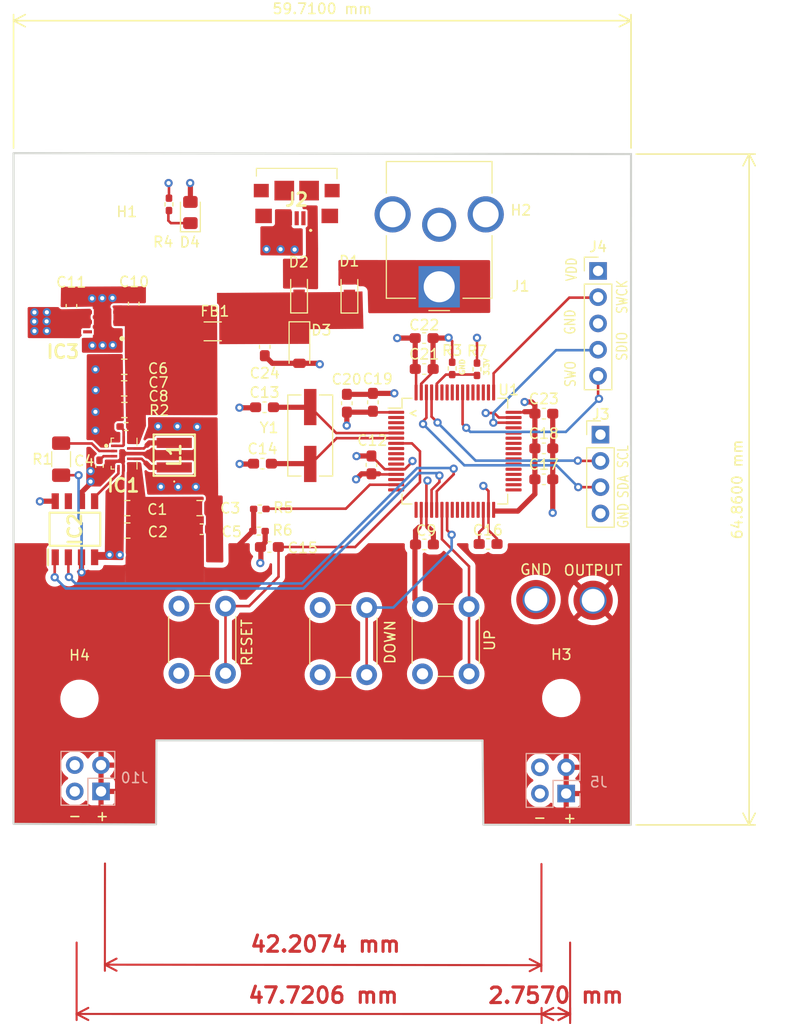
<source format=kicad_pcb>
(kicad_pcb (version 20221018) (generator pcbnew)
  (layers (0 "F.Cu" signal) (1 "In1.Cu" power "GND") (2 "In2.Cu" power "3V3") (31 "B.Cu" signal) (34 "B.Paste" user) (35 "F.Paste" user) (36 "B.SilkS" user "B.Silkscreen") (37 "F.SilkS" user "F.Silkscreen") (38 "B.Mask" user) (39 "F.Mask" user) (44 "Edge.Cuts" user))
  (net 0 "")
  (net 1 "Net-(U1-PA1)")
  (net 2 "GND")
  (net 3 "/Output_circuitry/Vaux")
  (net 4 "Main_in")
  (net 5 "+3.3V")
  (net 6 "Net-(U1-PH0)")
  (net 7 "Net-(U1-PH1)")
  (net 8 "/NRST")
  (net 9 "/VCAP")
  (net 10 "/MCU_POWER/JACK_OUT")
  (net 11 "/MCU_POWER/USB_OUT")
  (net 12 "Net-(D4-K)")
  (net 13 "/Output_circuitry/EN")
  (net 14 "/Output_circuitry/PG")
  (net 15 "Wiper")
  (net 16 "/Output_circuitry/L1")
  (net 17 "/Output_circuitry/L2")
  (net 18 "PU")
  (net 19 "PD")
  (net 24 "SCL")
  (net 25 "SDA")
  (net 26 "SWCLK")
  (net 27 "SWDIO")
  (net 28 "SWO")
  (net 29 "/BOOT")
  (net 30 "POT_BTN_UP")
  (net 31 "POT_BTN_DWN")
  (net 40 "ADC")
  (net 71 "/MCU_POWER/RAW_FILTER")
  (footprint "Crystal:Crystal_SMD_ECS_CSM3X-2Pin_7.6x4.1mm" (layer "F.Cu") (at 137.525 74.745 90)
    (fp_text reference "Y1")
    (fp_text value "Crystal")
  )
  (footprint "Button_Switch_THT:SW_PUSH_6mm_H4.3mm" (layer "F.Cu") (at 142.98 91.38 -90)
    (fp_text reference "DOWN")
    (fp_text value "POT_DWN")
  )
  (footprint "Capacitor_SMD:C_0805_2012Metric_Pad1.18x1.45mm_HandSolder" (layer "F.Cu") (at 119.53 70.19 180)
    (fp_text reference "C7")
    (fp_text value "10uF")
  )
  (footprint "MountingHole:MountingHole_3.2mm_M3" (layer "F.Cu") (at 162.655 52.985)
    (fp_text reference "H2")
    (fp_text value "MountingHole")
  )
  (footprint "Capacitor_SMD:C_0603_1608Metric_Pad1.08x0.95mm_HandSolder" (layer "F.Cu") (at 114.435 62.225 90)
    (fp_text reference "C11")
    (fp_text value "4.7uF")
  )
  (footprint "Capacitor_SMD:C_0603_1608Metric_Pad1.08x0.95mm_HandSolder" (layer "F.Cu") (at 154.725 85.235 180)
    (fp_text reference "C16")
    (fp_text value "4.7uF")
  )
  (footprint "MountingHole:MountingHole_3.2mm_M3" (layer "F.Cu") (at 161.8 100.13)
    (fp_text reference "H3")
    (fp_text value "MountingHole")
  )
  (footprint "Inductor_SMD:L_1206_3216Metric_Pad1.22x1.90mm_HandSolder" (layer "F.Cu") (at 128.095 64.675 180)
    (fp_text reference "FB1")
    (fp_text value "FerriteBead")
  )
  (footprint "Custom_eric:XFL4020152MEC" (layer "F.Cu") (at 124.375 76.645 90)
    (fp_text reference "L1")
    (fp_text value "XFL4020-152MEC" hide)
  )
  (footprint "Capacitor_SMD:C_0603_1608Metric_Pad1.08x0.95mm_HandSolder" (layer "F.Cu") (at 160.1125 78.98)
    (fp_text reference "C17")
    (fp_text value "100nF")
  )
  (footprint "Capacitor_SMD:C_0603_1608Metric_Pad1.08x0.95mm_HandSolder" (layer "F.Cu") (at 160.1125 75.99)
    (fp_text reference "C18")
    (fp_text value "100nF")
  )
  (footprint "Capacitor_SMD:C_0603_1608Metric_Pad1.08x0.95mm_HandSolder" (layer "F.Cu") (at 160.1125 72.63)
    (fp_text reference "C23")
    (fp_text value "4.7uF")
  )
  (footprint "MountingHole:MountingHole_3.2mm_M3" (layer "F.Cu") (at 114.865 53.055)
    (fp_text reference "H1")
    (fp_text value "MountingHole")
  )
  (footprint "Diode_SMD:D_SOD-123" (layer "F.Cu") (at 136.48 66.1125 -90)
    (fp_text reference "D3")
    (fp_text value "30V+")
  )
  (footprint "Custom_eric:SON95P300X300X90-7N-D" (layer "F.Cu") (at 117.445 63.77 180)
    (fp_text reference "IC3")
    (fp_text value "LDO40LPU33RY" hide)
  )
  (footprint "Capacitor_SMD:C_0402_1005Metric_Pad0.74x0.62mm_HandSolder" (layer "F.Cu") (at 117.145 77.705 90)
    (fp_text reference "C4")
    (fp_text value "100nF")
  )
  (footprint "MountingHole:MountingHole_2.2mm_M2_DIN965_Pad_TopOnly" (layer "F.Cu") (at 159.35 90.61)
    (fp_text reference "GND")
    (fp_text value "Testing")
  )
  (footprint "Capacitor_SMD:C_0805_2012Metric_Pad1.18x1.45mm_HandSolder" (layer "F.Cu") (at 119.835 83.935 180)
    (fp_text reference "C2")
    (fp_text value "22uF")
  )
  (footprint "Connector_PinHeader_2.54mm:PinHeader_1x05_P2.54mm_Vertical" (layer "F.Cu") (at 165.36 58.83)
    (fp_text reference "J4")
    (fp_text value "SWD")
  )
  (footprint "Capacitor_SMD:C_0603_1608Metric_Pad1.08x0.95mm_HandSolder" (layer "F.Cu") (at 133.575 85.525)
    (fp_text reference "C15")
    (fp_text value "100nF")
  )
  (footprint "Diode_SMD:D_MicroSMP_AK" (layer "F.Cu") (at 141.315 60.765 90)
    (fp_text reference "D1")
    (fp_text value "D_Schottky")
  )
  (footprint "Button_Switch_THT:SW_PUSH_6mm_H4.3mm" (layer "F.Cu") (at 124.83 97.74 90)
    (fp_text reference "RESET")
    (fp_text value "NRST")
  )
  (footprint "Resistor_SMD:R_0402_1005Metric_Pad0.72x0.64mm_HandSolder" (layer "F.Cu") (at 153.65 68.34 -90)
    (fp_text reference "R7")
    (fp_text value "1K")
  )
  (footprint "Capacitor_SMD:C_0603_1608Metric_Pad1.08x0.95mm_HandSolder" (layer "F.Cu") (at 132.905 77.465)
    (fp_text reference "C14")
    (fp_text value "16pF")
  )
  (footprint "Resistor_SMD:R_0402_1005Metric_Pad0.72x0.64mm_HandSolder" (layer "F.Cu") (at 132.57 83.99 180)
    (fp_text reference "R6")
    (fp_text value "1K2")
  )
  (footprint "Capacitor_SMD:C_0805_2012Metric_Pad1.18x1.45mm_HandSolder" (layer "F.Cu") (at 119.55 72.28 180)
    (fp_text reference "C8")
    (fp_text value "10uF")
  )
  (footprint "MountingHole:MountingHole_2.2mm_M2_DIN965_Pad_TopOnly" (layer "F.Cu") (at 164.88 90.68)
    (fp_text reference "OUTPUT")
    (fp_text value "Testing")
  )
  (footprint "Custom_eric:ISL23511WFB8Z" (layer "F.Cu") (at 114.77 83.807 90)
    (fp_text reference "IC2")
    (fp_text value "ISL23511WFB8Z" hide)
  )
  (footprint "Capacitor_SMD:C_0603_1608Metric_Pad1.08x0.95mm_HandSolder" (layer "F.Cu") (at 148.5375 65.325)
    (fp_text reference "C22")
    (fp_text value "100nF")
  )
  (footprint "Connector_BarrelJack:BarrelJack_CUI_PJ-063AH_Horizontal_CircularHoles" (layer "F.Cu") (at 149.995 60.365 180)
    (fp_text reference "J1")
    (fp_text value "Jack-DC")
  )
  (footprint "Capacitor_SMD:C_0603_1608Metric_Pad1.08x0.95mm_HandSolder" (layer "F.Cu") (at 148.57 85.28)
    (fp_text reference "C9")
    (fp_text value "100nF")
  )
  (footprint "Resistor_SMD:R_0402_1005Metric_Pad0.72x0.64mm_HandSolder" (layer "F.Cu") (at 123.865 52.395 90)
    (fp_text reference "R4")
    (fp_text value "165")
  )
  (footprint "Capacitor_SMD:C_0603_1608Metric_Pad1.08x0.95mm_HandSolder" (layer "F.Cu") (at 143.585 71.535 90)
    (fp_text reference "C19")
    (fp_text value "100nF")
  )
  (footprint "Custom_eric:TPS630701RNMR" (layer "F.Cu") (at 118.997 76.495)
    (fp_text reference "IC1")
    (fp_text value "TPS63070RNMR" hide)
  )
  (footprint "Diode_SMD:D_MicroSMP_AK" (layer "F.Cu") (at 136.445 60.755 90)
    (fp_text reference "D2" hide)
    (fp_text value "D_Schottky")
  )
  (footprint "Capacitor_SMD:C_0805_2012Metric_Pad1.18x1.45mm_HandSolder" (layer "F.Cu") (at 119.825 81.765 180)
    (fp_text reference "C1")
    (fp_text value "22uF")
  )
  (footprint "LED_SMD:LED_0805_2012Metric_Pad1.15x1.40mm_HandSolder" (layer "F.Cu") (at 125.935 53.185 90)
    (fp_text reference "D4")
    (fp_text value "Green_Led")
  )
  (footprint "Capacitor_SMD:C_0603_1608Metric_Pad1.08x0.95mm_HandSolder" (layer "F.Cu") (at 133.13 66.17 -90)
    (fp_text reference "C24")
    (fp_text value "16pF")
  )
  (footprint "Capacitor_SMD:C_0603_1608Metric_Pad1.08x0.95mm_HandSolder" (layer "F.Cu") (at 143.445 77.5875 -90)
    (fp_text reference "C12")
    (fp_text value "1uF")
  )
  (footprint "Capacitor_SMD:C_0603_1608Metric_Pad1.08x0.95mm_HandSolder" (layer "F.Cu") (at 141.065 71.625 90)
    (fp_text reference "C20")
    (fp_text value "100nF")
  )
  (footprint "Capacitor_SMD:C_0603_1608Metric_Pad1.08x0.95mm_HandSolder" (layer "F.Cu") (at 120.455 62.005 90)
    (fp_text reference "C10")
    (fp_text value "4.7uF")
  )
  (footprint "Custom_eric:21745072" (layer "F.Cu") (at 136.215 51.415 180)
    (fp_text reference "J2")
    (fp_text value "USB_B" hide)
  )
  (footprint "Resistor_SMD:R_1206_3216Metric_Pad1.30x1.75mm_HandSolder" (layer "F.Cu") (at 113.435 77.035 90)
    (fp_text reference "R1")
    (fp_text value "100K")
  )
  (footprint "Capacitor_SMD:C_0805_2012Metric_Pad1.18x1.45mm_HandSolder" (layer "F.Cu") (at 126.825 81.765)
    (fp_text reference "C3")
    (fp_text value "22uF")
  )
  (footprint "Capacitor_SMD:C_0603_1608Metric_Pad1.08x0.95mm_HandSolder" (layer "F.Cu") (at 127.025 83.805)
    (fp_text reference "C5")
    (fp_text value "10uF")
  )
  (footprint "Capacitor_SMD:C_0603_1608Metric_Pad1.08x0.95mm_HandSolder" (layer "F.Cu") (at 133.105 72.015)
    (fp_text reference "C13")
    (fp_text value "16pF")
  )
  (footprint "Capacitor_SMD:C_0805_2012Metric_Pad1.18x1.45mm_HandSolder" (layer "F.Cu") (at 119.54 68.1 180)
    (fp_text reference "C6")
    (fp_text value "10uF")
  )
  (footprint "Button_Switch_THT:SW_PUSH_6mm_H4.3mm" (layer "F.Cu") (at 152.88 91.29 -90)
    (fp_text reference "UP")
    (fp_text value "POT_UP")
  )
  (footprint "Resistor_SMD:R_0402_1005Metric_Pad0.72x0.64mm_HandSolder" (layer "F.Cu") (at 151.25 68.26 -90)
    (fp_text reference "R3")
    (fp_text value "1K")
  )
  (footprint "Resistor_SMD:R_0402_1005Metric_Pad0.72x0.64mm_HandSolder" (layer "F.Cu") (at 119.735 73.877015)
    (fp_text reference "R2")
    (fp_text value "10k")
  )
  (footprint "Package_QFP:LQFP-64_10x10mm_P0.5mm" (layer "F.Cu") (at 151.51 76.255)
    (fp_text reference "U1")
    (fp_text value "STM32F401RBTx")
  )
  (footprint "Resistor_SMD:R_0402_1005Metric_Pad0.72x0.64mm_HandSolder" (layer "F.Cu") (at 132.65 81.85 180)
    (fp_text reference "R5")
    (fp_text value "300")
  )
  (footprint "Connector_PinHeader_2.54mm:PinHeader_1x04_P2.54mm_Vertical" (layer "F.Cu") (at 165.59 74.66)
    (fp_text reference "J3")
    (fp_text value "LCD_connector")
  )
  (footprint "MountingHole:MountingHole_3.2mm_M3" (layer "F.Cu") (at 115.21 100.2)
    (fp_text reference "H4")
    (fp_text value "MountingHole")
  )
  (footprint "Capacitor_SMD:C_0603_1608Metric_Pad1.08x0.95mm_HandSolder" (layer "F.Cu") (at 148.545 68.315)
    (fp_text reference "C21")
    (fp_text value "100nF")
  )
  (footprint "Connector_PinHeader_2.54mm:PinHeader_2x02_P2.54mm_Vertical" (layer "B.Cu") (at 117.295 109.155 90)
    (fp_text reference "J10")
    (fp_text value "BTM_OUT")
  )
  (footprint "Connector_PinHeader_2.54mm:PinHeader_2x02_P2.54mm_Vertical" (layer "B.Cu") (at 162.275 109.365 90)
    (fp_text reference "J5")
    (fp_text value "TOP_OUT")
  )
  (gr_poly (pts (xy 108.835 47.445) (xy 168.545 47.535) (xy 168.525 112.395) (xy 154.265 112.375) (xy 154.195 104.225) (xy 122.645 104.215) (xy 122.615 112.345) (xy 108.835 112.295)) (stroke (width 0.2)) (fill none) (layer "Edge.Cuts"))
  (gr_text "GND" (at 168.38 83.79 90) (layer "F.SilkS") (effects (font (size 1 0.8) (thickness 0.125) bold) (justify left bottom)))
  (gr_text "<" (at 146.94 73.06) (layer "F.SilkS") (effects (font (size 0.9 0.7)) (justify left bottom)))
  (gr_text "SCL" (at 168.36 77.98 90) (layer "F.SilkS") (effects (font (size 1 0.8) (thickness 0.125) bold) (justify left bottom)))
  (gr_text "SDA" (at 168.38 80.89 90) (layer "F.SilkS") (effects (font (size 1 0.8) (thickness 0.125) bold) (justify left bottom)))
  (gr_text "SDIO" (at 168.26 67.59 90) (layer "F.SilkS") (effects (font (size 1 0.8) (thickness 0.125) bold) (justify left bottom)))
  (gr_text "-" (at 114.045 112.095) (layer "F.SilkS") (effects (font (size 1 1)) (justify left bottom)))
  (gr_text "SWO" (at 163.27 70.14 90) (layer "F.SilkS") (effects (font (size 1 0.8) (thickness 0.125) bold) (justify left bottom)))
  (gr_text "-" (at 159.005 112.255) (layer "F.SilkS") (effects (font (size 1 1)) (justify left bottom)))
  (gr_text "SWCK" (at 168.27 63.06 90) (layer "F.SilkS") (effects (font (size 1 0.8) (thickness 0.125) bold) (justify left bottom)))
  (gr_text "+" (at 116.695 112.105) (layer "F.SilkS") (effects (font (size 1 1)) (justify left bottom)))
  (gr_text "GND\n" (at 152.52 68.97 90) (layer "F.SilkS") (effects (font (size 0.5 0.5) (thickness 0.125) bold) (justify left bottom)))
  (gr_text "GND" (at 163.24 65.07 90) (layer "F.SilkS") (effects (font (size 1 0.8) (thickness 0.125) bold) (justify left bottom)))
  (gr_text "+" (at 161.905 112.295) (layer "F.SilkS") (effects (font (size 1 1)) (justify left bottom)))
  (gr_text "VDD" (at 163.38 59.9 90) (layer "F.SilkS") (effects (font (size 1 0.8) (thickness 0.125) bold) (justify left bottom)))
  (gr_text "3.3V\n" (at 154.87 69 90) (layer "F.SilkS") (effects (font (size 0.5 0.5) (thickness 0.125) bold) (justify left bottom)))
  (dimension (type aligned) (layer "F.Cu") (pts (xy 117.677638 115.627816) (xy 159.885 115.675)) (height 10.280127) (gr_text "42.2074 mm" (at 138.995 123.935 359.9359485) (layer "F.Cu") (effects (font (size 1.5 1.5) (thickness 0.3)))) (format (prefix "") (suffix "") (units 3) (units_format 1) (precision 4)) (style (thickness 0.2) (arrow_length 1.27) (text_position_mode 2) (extension_height 0.58642) (extension_offset 0.5) keep_text_aligned))
  (dimension (type aligned) (layer "F.Cu") (pts (xy 114.934356 123.270706) (xy 162.655 123.275)) (height 7.401776) (gr_text "47.7206 mm" (at 138.794174 128.874629 359.9948444) (layer "F.Cu") (effects (font (size 1.5 1.5) (thickness 0.3)))) (format (prefix "") (suffix "") (units 3) (units_format 1) (precision 4)) (style (thickness 0.2) (arrow_length 1.27) (text_position_mode 0) (extension_height 0.58642) (extension_offset 0.5) keep_text_aligned))
  (dimension (type aligned) (layer "F.Cu") (pts (xy 159.900445 132.05644) (xy 162.657423 132.05024)) (height -1.373467) (gr_text "2.7570 mm" (at 161.271797 128.879881 0.1288487736) (layer "F.Cu") (effects (font (size 1.5 1.5) (thickness 0.3)))) (format (prefix "") (suffix "") (units 3) (units_format 1) (precision 4)) (style (thickness 0.2) (arrow_length 1.27) (text_position_mode 0) (extension_height 0.58642) (extension_offset 0.5) keep_text_aligned))
  (dimension (type aligned) (layer "F.SilkS") (pts (xy 168.545 47.535) (xy 168.545 112.395)) (height -11.42) (gr_text "64.8600 mm" (at 178.815 79.965 90) (layer "F.SilkS") (effects (font (size 1 1) (thickness 0.15)))) (format (prefix "") (suffix "") (units 3) (units_format 1) (precision 4)) (style (thickness 0.15) (arrow_length 1.27) (text_position_mode 0) (extension_height 0.58642) (extension_offset 0.5) keep_text_aligned))
  (dimension (type aligned) (layer "F.SilkS") (pts (xy 108.835 47.445) (xy 168.545 47.445)) (height -12.81) (gr_text "59.7100 mm" (at 138.69 33.485) (layer "F.SilkS") (effects (font (size 1 1) (thickness 0.15)))) (format (prefix "") (suffix "") (units 3) (units_format 1) (precision 4)) (style (thickness 0.15) (arrow_length 1.27) (text_position_mode 0) (extension_height 0.58642) (extension_offset 0.5) keep_text_aligned))
  (segment (start 143.285 79.505) (end 140.97 81.82) (width 0.25) (layer "F.Cu") (net 1))
  (segment (start 145.835 79.505) (end 143.285 79.505) (width 0.25) (layer "F.Cu") (net 1))
  (segment (start 133.2775 81.82) (end 133.2475 81.85) (width 0.25) (layer "F.Cu") (net 1))
  (segment (start 140.97 81.82) (end 133.2775 81.82) (width 0.25) (layer "F.Cu") (net 1))
  (segment (start 147.411 77.269685) (end 147.411 77.209807) (width 0.25) (layer "F.Cu") (net 2))
  (segment (start 160.975 78.98) (end 160.975 82.2175) (width 0.5) (layer "F.Cu") (net 2))
  (segment (start 145.655 70.665) (end 145.6475 70.6725) (width 0.5) (layer "F.Cu") (net 2))
  (segment (start 132.2425 77.505) (end 130.705 77.505) (width 0.5) (layer "F.Cu") (net 2))
  (segment (start 150.865 65.325) (end 150.905 65.285) (width 0.5) (layer "F.Cu") (net 2))
  (segment (start 116.675 86.519) (end 117.971 86.519) (width 0.5) (layer "F.Cu") (net 2))
  (segment (start 147.7075 85.28) (end 147.7075 83.9525) (width 0.5) (layer "F.Cu") (net 2))
  (segment (start 138.445 67.855) (end 138.3525 67.7625) (width 0.5) (layer "F.Cu") (net 2))
  (segment (start 154.76 83.9) (end 154.76 81.93) (width 0.25) (layer "F.Cu") (net 2))
  (segment (start 154.76 81.93) (end 154.76 80.11) (width 0.25) (layer "F.Cu") (net 2))
  (segment (start 145.6475 70.6725) (end 143.585 70.6725) (width 0.5) (layer "F.Cu") (net 2))
  (segment (start 145.835 78.005) (end 144.725 78.005) (width 0.25) (layer "F.Cu") (net 2))
  (segment (start 160.975 72.63) (end 160.975 75.99) (width 0.5) (layer "F.Cu") (net 2))
  (segment (start 116.21 79.44) (end 115.405 80.245) (width 0.5) (layer "F.Cu") (net 2))
  (segment (start 148.26 83.4) (end 148.05 83.61) (width 0.25) (layer "F.Cu") (net 2))
  (segment (start 132.7125 85.525) (end 133.1675 85.07) (width 0.5) (layer "F.Cu") (net 2))
  (segment (start 160.975 82.2175) (end 160.9725 82.22) (width 0.5) (layer "F.Cu") (net 2))
  (segment (start 146.675685 78.005) (end 147.411 77.269685) (width 0.25) (layer "F.Cu") (net 2))
  (segment (start 115.405 80.245) (end 115.405 81.095) (width 0.5) (layer "F.Cu") (net 2))
  (segment (start 160.975 75.99) (end 160.975 78.98) (width 0.5) (layer "F.Cu") (net 2))
  (segment (start 149.4075 68.591815) (end 149.4075 68.315) (width 0.25) (layer "F.Cu") (net 2))
  (segment (start 149.4 65.325) (end 150.865 65.325) (width 0.5) (layer "F.Cu") (net 2))
  (segment (start 151.25 65.63) (end 150.905 65.285) (width 0.25) (layer "F.Cu") (net 2))
  (segment (start 154.76 80.11) (end 154.265 79.615) (width 0.25) (layer "F.Cu") (net 2))
  (segment (start 123.865 50.375) (end 123.825 50.335) (width 0.25) (layer "F.Cu") (net 2))
  (segment (start 148.26 69.739315) (end 149.4075 68.591815) (width 0.25) (layer "F.Cu") (net 2))
  (segment (start 133.86 67.7625) (end 133.095 66.9975) (width 0.5) (layer "F.Cu") (net 2))
  (segment (start 147.65 85.3375) (end 147.65 90.56) (width 0.5) (layer "F.Cu") (net 2))
  (segment (start 132.22375 72.065) (end 130.68625 72.065) (width 0.5) (layer "F.Cu") (net 2))
  (segment (start 149.4 68.3075) (end 149.4075 68.315) (width 0.5) (layer "F.Cu") (net 2))
  (segment (start 144.725 78.005) (end 143.445 76.725) (width 0.25) (layer "F.Cu") (net 2))
  (segment (start 149.4 65.325) (end 149.4 68.3075) (width 0.5) (layer "F.Cu") (net 2))
  (segment (start 142.015 76.725) (end 142 76.74) (width 0.5) (layer "F.Cu") (net 2))
  (segment (start 133.1675 85.07) (end 133.1675 83.99) (width 0.5) (layer "F.Cu") (net 2))
  (segment (start 143.495 70.7625) (end 143.585 70.6725) (width 0.5) (layer "F.Cu") (net 2))
  (segment (start 123.865 51.7975) (end 123.865 50.375) (width 0.25) (layer "F.Cu") (net 2))
  (segment (start 147.7075 85.28) (end 147.65 85.3375) (width 0.5) (layer "F.Cu") (net 2))
  (segment (start 138.3525 67.7625) (end 133.86 67.7625) (width 0.5) (layer "F.Cu") (net 2))
  (segment (start 116.682 86.26) (end 117.978 86.26) (width 0.5) (layer "F.Cu") (net 2))
  (segment (start 132.7525 85.635) (end 132.7525 87.0175) (width 0.5) (layer "F.Cu") (net 2))
  (segment (start 157.185 73.005) (end 155.754598 73.005) (width 0.25) (layer "F.Cu") (net 2))
  (segment (start 143.445 76.725) (end 142.015 76.725) (width 0.5) (layer "F.Cu") (net 2))
  (segment (start 151.25 67.6625) (end 151.25 65.63) (width 0.25) (layer "F.Cu") (net 2))
  (segment (start 155.754598 73.005) (end 155.317559 72.567961) (width 0.25) (layer "F.Cu") (net 2))
  (segment (start 141.065 70.7625) (end 143.495 70.7625) (width 0.5) (layer "F.Cu") (net 2))
  (segment (start 147.7075 83.9525) (end 148.05 83.61) (width 0.5) (layer "F.Cu") (net 2))
  (segment (start 155.5875 85.235) (end 155.5875 84.7275) (width 0.25) (layer "F.Cu") (net 2))
  (segment (start 155.5875 84.7275) (end 154.76 83.9) (width 0.25) (layer "F.Cu") (net 2))
  (segment (start 132.7525 87.0175) (end 132.695 87.075) (width 0.5) (layer "F.Cu") (net 2))
  (segment (start 147.65 90.56) (end 148.38 91.29) (width 0.5) (layer "F.Cu") (net 2))
  (segment (start 148.26 70.58) (end 148.26 69.739315) (width 0.25) (layer "F.Cu") (net 2))
  (segment (start 155.317559 72.567961) (end 154.492205 72.567961) (width 0.25) (layer "F.Cu") (net 2))
  (segment (start 148.26 81.93) (end 148.26 83.4) (width 0.25) (layer "F.Cu") (net 2))
  (segment (start 145.835 78.005) (end 146.675685 78.005) (width 0.25) (layer "F.Cu") (net 2))
  (via (at 133.295 56.725) (size 0.8) (drill 0.4) (layers "F.Cu" "B.Cu") (net 2))
  (via (at 123.825 50.335) (size 0.8) (drill 0.4) (layers "F.Cu" "B.Cu") (net 2))
  (via (at 124.75 79.72) (size 0.8) (drill 0.4) (layers "F.Cu" "B.Cu") (net 2))
  (via (at 126.59 73.91) (size 0.8) (drill 0.4) (layers "F.Cu" "B.Cu") (net 2))
  (via (at 134.655 56.735) (size 0.8) (drill 0.4) (layers "F.Cu" "B.Cu") (net 2))
  (via (at 116.28 78.19) (size 0.8) (drill 0.4) (layers "F.Cu" "B.Cu") (net 2))
  (via (at 122.81 73.86) (size 0.8) (drill 0.4) (layers "F.Cu" "B.Cu") (net 2))
  (via (at 116.755 68.355) (size 0.8) (drill 0.4) (layers "F.Cu" "B.Cu") (net 2))
  (via (at 150.905 65.285) (size 0.8) (drill 0.4) (layers "F.Cu" "B.Cu") (net 2))
  (via (at 154.492205 72.567961) (size 0.8) (drill 0.4) (layers "F.Cu" "B.Cu") (net 2))
  (via (at 160.9725 82.22) (size 0.8) (drill 0.4) (layers "F.Cu" "B.Cu") (net 2))
  (via (at 147.411 77.209807) (size 0.8) (drill 0.4) (layers "F.Cu" "B.Cu") (net 2))
  (via (at 132.695 87.075) (size 0.8) (drill 0.4) (layers "F.Cu" "B.Cu") (net 2))
  (via (at 142 76.74) (size 0.8) (drill 0.4) (layers "F.Cu" "B.Cu") (net 2))
  (via (at 116.425 61.49) (size 0.8) (drill 0.4) (layers "F.Cu" "B.Cu") (net 2))
  (via (at 138.445 67.855) (size 0.8) (drill 0.4) (layers "F.Cu" "B.Cu") (net 2))
  (via (at 123.08 79.7) (size 0.8) (drill 0.4) (layers "F.Cu" "B.Cu") (net 2))
  (via (at 118.4 61.445) (size 0.8) (drill 0.4) (layers "F.Cu" "B.Cu") (net 2))
  (via (at 116.455 66.05) (size 0.8) (drill 0.4) (layers "F.Cu" "B.Cu") (net 2))
  (via (at 136.015 56.765) (size 0.8) (drill 0.4) (layers "F.Cu" "B.Cu") (net 2))
  (via (at 126.46 79.71) (size 0.8) (drill 0.4) (layers "F.Cu" "B.Cu") (net 2))
  (via (at 130.67625 72.055) (size 0.8) (drill 0.4) (layers "F.Cu" "B.Cu") (net 2))
  (via (at 119.11 86.29) (size 0.8) (drill 0.4) (layers "F.Cu" "B.Cu") (net 2))
  (via (at 116.28 79.2) (size 0.8) (drill 0.4) (layers "F.Cu" "B.Cu") (net 2))
  (via (at 116.775 70.365) (size 0.8) (drill 0.4) (layers "F.Cu" "B.Cu") (net 2))
  (via (at 118.12 86.28) (size 0.8) (drill 0.4) (layers "F.Cu" "B.Cu") (net 2))
  (via (at 124.68 73.86) (size 0.8) (drill 0.4) (layers "F.Cu" "B.Cu") (net 2))
  (via (at 145.655 70.665) (size 0.8) (drill 0.4) (layers "F.Cu" "B.Cu") (net 2))
  (via (at 117.445 66.03) (size 0.8) (drill 0.4) (layers "F.Cu" "B.Cu") (net 2))
  (via (at 116.755 74.275) (size 0.8) (drill 0.4) (layers "F.Cu" "B.Cu") (net 2))
  (via (at 130.695 77.495) (size 0.8) (drill 0.4) (layers "F.Cu" "B.Cu") (net 2))
  (via (at 116.755 72.455) (size 0.8) (drill 0.4) (layers "F.Cu" "B.Cu") (net 2))
  (via (at 117.41 61.465) (size 0.8) (drill 0.4) (layers "F.Cu" "B.Cu") (net 2))
  (via (at 118.43 66.005) (size 0.8) (drill 0.4) (layers "F.Cu" "B.Cu") (net 2))
  (via (at 154.265 79.615) (size 0.8) (drill 0.4) (layers "F.Cu" "B.Cu") (net 2))
  (segment (start 118.559 76.745) (end 117.5375 76.745) (width 0.25) (layer "F.Cu") (net 3))
  (segment (start 117.5375 76.745) (end 117.145 77.1375) (width 0.25) (layer "F.Cu") (net 3))
  (segment (start 159.065 72.445) (end 158.255 72.445) (width 0.5) (layer "F.Cu") (net 5))
  (segment (start 153.65 67.7425) (end 153.65 65.3) (width 0.25) (layer "F.Cu") (net 5))
  (segment (start 158.944799 71.504799) (end 158.254799 71.504799) (width 0.5) (layer "F.Cu") (net 5))
  (segment (start 147.76 70.58) (end 147.76 68.3925) (width 0.25) (layer "F.Cu") (net 5))
  (segment (start 143.445 78.45) (end 144.15 78.45) (width 0.5) (layer "F.Cu") (net 5))
  (segment (start 142.49 78.45) (end 141.96 78.98) (width 0.5) (layer "F.Cu") (net 5))
  (segment (start 149.4325 85.28) (end 149.4325 84.1125) (width 0.5) (layer "F.Cu") (net 5))
  (segment (start 145.935 65.325) (end 147.675 65.325) (width 0.5) (layer "F.Cu") (net 5))
  (segment (start 159.25 72.63) (end 159.25 71.81) (width 0.5) (layer "F.Cu") (net 5))
  (segment (start 141.065 73.7705) (end 141.055 73.7805) (width 0.5) (layer "F.Cu") (net 5))
  (segment (start 141.065 72.4875) (end 141.065 73.7705) (width 0.5) (layer "F.Cu") (net 5))
  (segment (start 144.205 78.505) (end 144.15 78.45) (width 0.25) (layer "F.Cu") (net 5))
  (segment (start 112.085 62.8) (end 112.055 62.83) (width 0.25) (layer "F.Cu") (net 5))
  (segment (start 159.25 75.99) (end 159.25 78.98) (width 0.5) (layer "F.Cu") (net 5))
  (segment (start 157.6075 82.05) (end 155.36 82.05) (width 0.5) (layer "F.Cu") (net 5))
  (segment (start 159.25 71.81) (end 158.944799 71.504799) (width 0.5) (layer "F.Cu") (net 5))
  (segment (start 147.76 68.3925) (end 147.6825 68.315) (width 0.25) (layer "F.Cu") (net 5))
  (segment (start 125.935 52.16) (end 125.935 50.355) (width 0.5) (layer "F.Cu") (net 5))
  (segment (start 125.935 50.355) (end 125.915 50.335) (width 0.5) (layer "F.Cu") (net 5))
  (segment (start 145.835 78.505) (end 144.205 78.505) (width 0.25) (layer "F.Cu") (net 5))
  (segment (start 149.4325 84.1125) (end 148.89 83.57) (width 0.5) (layer "F.Cu") (net 5))
  (segment (start 111.405 81.095) (end 111.385 81.115) (width 0.5) (layer "F.Cu") (net 5))
  (segment (start 143.495 72.4875) (end 143.585 72.3975) (width 0.5) (layer "F.Cu") (net 5))
  (segment (start 157.185 72.505) (end 158.425 72.505) (width 0.25) (layer "F.Cu") (net 5))
  (segment (start 141.065 72.4875) (end 143.495 72.4875) (width 0.5) (layer "F.Cu") (net 5))
  (segment (start 148.76 81.93) (end 148.76 79.2045) (width 0.25) (layer "F.Cu") (net 5))
  (segment (start 147.675 68.3075) (end 147.6825 68.315) (width 0.5) (layer "F.Cu") (net 5))
  (segment (start 159.25 80.4075) (end 157.6075 82.05) (width 0.5) (layer "F.Cu") (net 5))
  (segment (start 143.6925 72.505) (end 143.585 72.3975) (width 0.25) (layer "F.Cu") (net 5))
  (segment (start 148.76 79.2045) (end 148.86 79.1045) (width 0.25) (layer "F.Cu") (net 5))
  (segment (start 143.445 78.45) (end 142.49 78.45) (width 0.5) (layer "F.Cu") (net 5))
  (segment (start 148.76 81.93) (end 148.76 83.44) (width 0.25) (layer "F.Cu") (net 5))
  (segment (start 148.76 83.44) (end 148.89 83.57) (width 0.25) (layer "F.Cu") (net 5))
  (segment (start 159.25 72.63) (end 159.065 72.445) (width 0.5) (layer "F.Cu") (net 5))
  (segment (start 112.865 81.095) (end 111.405 81.095) (width 0.5) (layer "F.Cu") (net 5))
  (segment (start 145.835 72.505) (end 143.6925 72.505) (width 0.25) (layer "F.Cu") (net 5))
  (segment (start 159.25 72.63) (end 159.25 75.99) (width 0.5) (layer "F.Cu") (net 5))
  (segment (start 147.675 65.325) (end 147.675 68.3075) (width 0.5) (layer "F.Cu") (net 5))
  (segment (start 110.885 62.81) (end 110.855 62.84) (width 0.25) (layer "F.Cu") (net 5))
  (segment (start 159.25 78.98) (end 159.25 80.4075) (width 0.5) (layer "F.Cu") (net 5))
  (via (at 125.915 50.335) (size 0.8) (drill 0.4) (layers "F.Cu" "B.Cu") (net 5))
  (via (at 153.65 65.3) (size 0.8) (drill 0.4) (layers "F.Cu" "B.Cu") (net 5))
  (via (at 110.855 62.84) (size 0.8) (drill 0.4) (layers "F.Cu" "B.Cu") (net 5))
  (via (at 110.835 63.72) (size 0.8) (drill 0.4) (layers "F.Cu" "B.Cu") (net 5))
  (via (at 141.96 78.98) (size 0.8) (drill 0.4) (layers "F.Cu" "B.Cu") (net 5))
  (via (at 112.035 63.71) (size 0.8) (drill 0.4) (layers "F.Cu" "B.Cu") (net 5))
  (via (at 145.935 65.325) (size 0.8) (drill 0.4) (layers "F.Cu" "B.Cu") (net 5))
  (via (at 158.254799 71.504799) (size 0.8) (drill 0.4) (layers "F.Cu" "B.Cu") (net 5))
  (via (at 110.855 64.65) (size 0.8) (drill 0.4) (layers "F.Cu" "B.Cu") (net 5))
  (via (at 141.055 73.7805) (size 0.8) (drill 0.4) (layers "F.Cu" "B.Cu") (net 5))
  (via (at 112.055 62.83) (size 0.8) (drill 0.4) (layers "F.Cu" "B.Cu") (net 5))
  (via (at 112.055 64.64) (size 0.8) (drill 0.4) (layers "F.Cu" "B.Cu") (net 5))
  (via (at 148.86 79.1045) (size 0.8) (drill 0.4) (layers "F.Cu" "B.Cu") (net 5))
  (via (at 111.385 81.115) (size 0.8) (drill 0.4) (layers "F.Cu" "B.Cu") (net 5))
  (segment (start 140.035 74.505) (end 137.525 71.995) (width 0.25) (layer "F.Cu") (net 6))
  (segment (start 137.505 72.015) (end 137.525 71.995) (width 0.5) (layer "F.Cu") (net 6))
  (segment (start 133.9675 72.015) (end 137.505 72.015) (width 0.5) (layer "F.Cu") (net 6))
  (segment (start 145.835 74.505) (end 140.035 74.505) (width 0.25) (layer "F.Cu") (net 6))
  (segment (start 137.585 77.495) (end 137.525 77.495) (width 0.25) (layer "F.Cu") (net 7))
  (segment (start 133.7675 77.465) (end 137.495 77.465) (width 0.5) (layer "F.Cu") (net 7))
  (segment (start 137.495 77.465) (end 137.525 77.495) (width 0.5) (layer "F.Cu") (net 7))
  (segment (start 145.835 75.005) (end 140.075 75.005) (width 0.25) (layer "F.Cu") (net 7))
  (segment (start 140.075 75.005) (end 137.585 77.495) (width 0.25) (layer "F.Cu") (net 7))
  (segment (start 147.359598 75.505) (end 145.835 75.505) (width 0.25) (layer "F.Cu") (net 8))
  (segment (start 134.4375 85.525) (end 141.875 85.525) (width 0.25) (layer "F.Cu") (net 8))
  (segment (start 131.62 91.24) (end 134.46 88.4) (width 0.25) (layer "F.Cu") (net 8))
  (segment (start 141.875 85.525) (end 148.1355 79.2645) (width 0.25) (layer "F.Cu") (net 8))
  (segment (start 148.1355 76.280902) (end 147.359598 75.505) (width 0.25) (layer "F.Cu") (net 8))
  (segment (start 129.33 97.74) (end 129.33 91.24) (width 0.25) (layer "F.Cu") (net 8))
  (segment (start 134.46 88.4) (end 134.46 85.5475) (width 0.25) (layer "F.Cu") (net 8))
  (segment (start 148.1355 79.2645) (end 148.1355 76.280902) (width 0.25) (layer "F.Cu") (net 8))
  (segment (start 129.33 91.24) (end 131.62 91.24) (width 0.25) (layer "F.Cu") (net 8))
  (segment (start 134.46 85.5475) (end 134.4375 85.525) (width 0.25) (layer "F.Cu") (net 8))
  (segment (start 153.8625 85.235) (end 153.8625 84.1) (width 0.25) (layer "F.Cu") (net 9))
  (segment (start 153.8625 84.1) (end 154.26 83.7025) (width 0.25) (layer "F.Cu") (net 9))
  (segment (start 154.26 83.7025) (end 154.26 81.93) (width 0.25) (layer "F.Cu") (net 9))
  (segment (start 123.805 53.965) (end 123.805 53.0525) (width 0.25) (layer "F.Cu") (net 12))
  (segment (start 125.935 54.21) (end 124.05 54.21) (width 0.25) (layer "F.Cu") (net 12))
  (segment (start 124.03 54.19) (end 123.805 53.965) (width 0.25) (layer "F.Cu") (net 12))
  (segment (start 124.05 54.21) (end 124.03 54.19) (width 0.25) (layer "F.Cu") (net 12))
  (segment (start 123.805 53.0525) (end 123.865 52.9925) (width 0.25) (layer "F.Cu") (net 12))
  (segment (start 119.485 74.224515) (end 119.485 75.095) (width 0.25) (layer "F.Cu") (net 13))
  (segment (start 119.485 75.095) (end 119.485 75.67) (width 0.25) (layer "F.Cu") (net 13))
  (segment (start 119.485 75.67) (end 119.41 75.745) (width 0.25) (layer "F.Cu") (net 13))
  (segment (start 119.41 75.745) (end 118.559 75.745) (width 0.25) (layer "F.Cu") (net 13))
  (segment (start 119.1375 73.877015) (end 119.485 74.224515) (width 0.25) (layer "F.Cu") (net 13))
  (segment (start 116.399695 75.515) (end 113.465 75.515) (width 0.25) (layer "F.Cu") (net 14))
  (segment (start 117.129695 76.245) (end 116.399695 75.515) (width 0.25) (layer "F.Cu") (net 14))
  (segment (start 113.465 75.515) (end 113.435 75.485) (width 0.25) (layer "F.Cu") (net 14))
  (segment (start 118.559 76.245) (end 117.129695 76.245) (width 0.25) (layer "F.Cu") (net 14))
  (segment (start 118.975 78.415) (end 118.975 77.905) (width 0.25) (layer "F.Cu") (net 15))
  (segment (start 116.675 81.095) (end 116.675 80.715) (width 0.25) (layer "F.Cu") (net 15))
  (segment (start 118.975 77.905) (end 118.985 77.895) (width 0.25) (layer "F.Cu") (net 15))
  (segment (start 116.675 80.715) (end 118.975 78.415) (width 0.25) (layer "F.Cu") (net 15))
  (segment (start 121.215 76.995) (end 121.635 77.415) (width 0.25) (layer "F.Cu") (net 16))
  (segment (start 124.375 77.83) (end 122.05 77.83) (width 0.5) (layer "F.Cu") (net 16))
  (segment (start 120.485 76.995) (end 121.215 76.995) (width 0.25) (layer "F.Cu") (net 16))
  (segment (start 122.05 77.83) (end 121.635 77.415) (width 0.5) (layer "F.Cu") (net 16))
  (segment (start 121.745 75.685) (end 121.435 75.995) (width 0.25) (layer "F.Cu") (net 17))
  (segment (start 121.97 75.46) (end 124.375 75.46) (width 0.5) (layer "F.Cu") (net 17))
  (segment (start 121.745 75.685) (end 121.97 75.46) (width 0.5) (layer "F.Cu") (net 17))
  (segment (start 121.435 75.995) (end 120.485 75.995) (width 0.25) (layer "F.Cu") (net 17))
  (segment (start 150.017037 79.247561) (end 150.017037 78.6145) (width 0.25) (layer "F.Cu") (net 18))
  (segment (start 112.815 86.569) (end 112.865 86.519) (width 0.25) (layer "F.Cu") (net 18))
  (segment (start 149.26 80.004598) (end 150.017037 79.247561) (width 0.25) (layer "F.Cu") (net 18))
  (segment (start 112.815 88.455) (end 112.815 86.569) (width 0.25) (layer "F.Cu") (net 18))
  (segment (start 149.26 81.93) (end 149.26 80.004598) (width 0.25) (layer "F.Cu") (net 18))
  (via (at 112.815 88.455) (size 0.8) (drill 0.4) (layers "F.Cu" "B.Cu") (net 18))
  (via (at 150.017037 78.6145) (size 0.8) (drill 0.4) (layers "F.Cu" "B.Cu") (net 18))
  (segment (start 136.860402 89.535) (end 148.015402 78.38) (width 0.25) (layer "B.Cu") (net 18))
  (segment (start 149.782537 78.38) (end 150.017037 78.6145) (width 0.25) (layer "B.Cu") (net 18))
  (segment (start 112.815 88.455) (end 113.895 89.535) (width 0.25) (layer "B.Cu") (net 18))
  (segment (start 113.895 89.535) (end 136.860402 89.535) (width 0.25) (layer "B.Cu") (net 18))
  (segment (start 148.015402 78.38) (end 149.782537 78.38) (width 0.25) (layer "B.Cu") (net 18))
  (segment (start 114.135 86.519) (end 114.135 88.3655) (width 0.25) (layer "F.Cu") (net 19))
  (segment (start 151.395 78.505288) (end 149.76 80.140288) (width 0.25) (layer "F.Cu") (net 19))
  (segment (start 151.395 77.955) (end 151.395 78.505288) (width 0.25) (layer "F.Cu") (net 19))
  (segment (start 149.76 80.140288) (end 149.76 81.93) (width 0.25) (layer "F.Cu") (net 19))
  (segment (start 114.135 88.3655) (end 114.195 88.4255) (width 0.25) (layer "F.Cu") (net 19))
  (via (at 114.195 88.4255) (size 0.8) (drill 0.4) (layers "F.Cu" "B.Cu") (net 19))
  (via (at 151.395 77.955) (size 0.8) (drill 0.4) (layers "F.Cu" "B.Cu") (net 19))
  (segment (start 151.395 77.955) (end 151.33 77.89) (width 0.25) (layer "B.Cu") (net 19))
  (segment (start 147.869712 77.89) (end 136.709213 89.050499) (width 0.25) (layer "B.Cu") (net 19))
  (segment (start 136.709213 89.050499) (end 114.819999 89.050499) (width 0.25) (layer "B.Cu") (net 19))
  (segment (start 114.819999 89.050499) (end 114.195 88.4255) (width 0.25) (layer "B.Cu") (net 19))
  (segment (start 151.33 77.89) (end 147.869712 77.89) (width 0.25) (layer "B.Cu") (net 19))
  (segment (start 163.425 77.2) (end 163.4 77.175) (width 0.25) (layer "F.Cu") (net 24))
  (segment (start 166.175 77.195) (end 166.17 77.2) (width 0.25) (layer "F.Cu") (net 24))
  (segment (start 149.835 73.495) (end 149.26 72.92) (width 0.25) (layer "F.Cu") (net 24))
  (segment (start 166.17 77.2) (end 163.425 77.2) (width 0.25) (layer "F.Cu") (net 24))
  (segment (start 149.26 72.92) (end 149.26 70.58) (width 0.25) (layer "F.Cu") (net 24))
  (via (at 149.835 73.495) (size 0.8) (drill 0.4) (layers "F.Cu" "B.Cu") (net 24))
  (via (at 163.4 77.175) (size 0.8) (drill 0.4) (layers "F.Cu" "B.Cu") (net 24))
  (segment (start 153.515 77.175) (end 163.4 77.175) (width 0.25) (layer "B.Cu") (net 24))
  (segment (start 149.835 73.495) (end 153.515 77.175) (width 0.25) (layer "B.Cu") (net 24))
  (segment (start 163.445 79.74) (end 163.44 79.735) (width 0.25) (layer "F.Cu") (net 25))
  (segment (start 148.435 73.355) (end 148.76 73.03) (width 0.25) (layer "F.Cu") (net 25))
  (segment (start 166.17 79.74) (end 163.445 79.74) (width 0.25) (layer "F.Cu") (net 25))
  (segment (start 148.76 73.03) (end 148.76 70.58) (width 0.25) (layer "F.Cu") (net 25))
  (segment (start 166.175 79.735) (end 166.17 79.74) (width 0.25) (layer "F.Cu") (net 25))
  (segment (start 148.435 73.635) (end 148.435 73.355) (width 0.25) (layer "F.Cu") (net 25))
  (via (at 163.44 79.735) (size 0.8) (drill 0.4) (layers "F.Cu" "B.Cu") (net 25))
  (via (at 148.435 73.635) (size 0.8) (drill 0.4) (layers "F.Cu" "B.Cu") (net 25))
  (segment (start 148.435 73.635) (end 152.425 77.625) (width 0.25) (layer "B.Cu") (net 25))
  (segment (start 152.425 77.625) (end 161.33 77.625) (width 0.25) (layer "B.Cu") (net 25))
  (segment (start 161.33 77.625) (end 163.44 79.735) (width 0.25) (layer "B.Cu") (net 25))
  (segment (start 155.26 68.73) (end 162.575 61.415) (width 0.25) (layer "F.Cu") (net 26))
  (segment (start 162.575 61.415) (end 165.315 61.415) (width 0.25) (layer "F.Cu") (net 26))
  (segment (start 155.26 70.58) (end 155.26 68.73) (width 0.25) (layer "F.Cu") (net 26))
  (segment (start 165.315 61.415) (end 165.36 61.37) (width 0.25) (layer "F.Cu") (net 26))
  (segment (start 157.185 73.505) (end 155.23 73.505) (width 0.25) (layer "F.Cu") (net 27))
  (via (at 155.23 73.505) (size 0.8) (drill 0.4) (layers "F.Cu" "B.Cu") (net 27))
  (segment (start 155.23 72.57) (end 161.305 66.495) (width 0.25) (layer "B.Cu") (net 27))
  (segment (start 155.23 73.505) (end 155.23 72.57) (width 0.25) (layer "B.Cu") (net 27))
  (segment (start 161.305 66.495) (end 165.315 66.495) (width 0.25) (layer "B.Cu") (net 27))
  (segment (start 165.315 66.495) (end 165.36 66.45) (width 0.25) (layer "B.Cu") (net 27))
  (segment (start 152.26 70.58) (end 152.26 73.65) (width 0.25) (layer "F.Cu") (net 28))
  (segment (start 165.36 71.110002) (end 165.444998 71.195) (width 0.25) (layer "F.Cu") (net 28))
  (segment (start 165.36 68.99) (end 165.36 71.110002) (width 0.25) (layer "F.Cu") (net 28))
  (segment (start 152.26 73.65) (end 152.61 74) (width 0.25) (layer "F.Cu") (net 28))
  (via (at 165.444998 71.195) (size 0.8) (drill 0.4) (layers "F.Cu" "B.Cu") (net 28))
  (via (at 152.61 74) (size 0.8) (drill 0.4) (layers "F.Cu" "B.Cu") (net 28))
  (segment (start 152.61 74) (end 153.0045 74.3945) (width 0.25) (layer "B.Cu") (net 28))
  (segment (start 162.2455 74.3945) (end 165.444998 71.195) (width 0.25) (layer "B.Cu") (net 28))
  (segment (start 153.0045 74.3945) (end 162.2455 74.3945) (width 0.25) (layer "B.Cu") (net 28))
  (segment (start 151.25 68.8575) (end 151.2575 68.85) (width 0.25) (layer "F.Cu") (net 29))
  (segment (start 150.641815 68.8575) (end 151.25 68.8575) (width 0.25) (layer "F.Cu") (net 29))
  (segment (start 149.76 69.739315) (end 150.641815 68.8575) (width 0.25) (layer "F.Cu") (net 29))
  (segment (start 153.5625 68.85) (end 153.65 68.9375) (width 0.25) (layer "F.Cu") (net 29))
  (segment (start 149.76 70.58) (end 149.76 69.739315) (width 0.25) (layer "F.Cu") (net 29))
  (segment (start 151.2575 68.85) (end 153.5625 68.85) (width 0.25) (layer "F.Cu") (net 29))
  (segment (start 150.26 81.93) (end 150.26 84.774505) (width 0.25) (layer "F.Cu") (net 30))
  (segment (start 150.26 84.774505) (end 152.88 87.394505) (width 0.25) (layer "F.Cu") (net 30))
  (segment (start 152.88 87.394505) (end 152.88 91.29) (width 0.25) (layer "F.Cu") (net 30))
  (segment (start 152.88 91.29) (end 152.88 97.79) (width 0.25) (layer "F.Cu") (net 30))
  (segment (start 150.76 81.93) (end 150.76 83.9) (width 0.25) (layer "F.Cu") (net 31))
  (segment (start 150.76 83.9) (end 151.2 84.34) (width 0.25) (layer "F.Cu") (net 31))
  (segment (start 142.98 91.38) (end 142.98 97.88) (width 0.25) (layer "F.Cu") (net 31))
  (via (at 151.2 84.34) (size 0.8) (drill 0.4) (layers "F.Cu" "B.Cu") (net 31))
  (segment (start 145.56 91.38) (end 142.98 91.38) (width 0.25) (layer "B.Cu") (net 31))
  (segment (start 151.2 85.74) (end 145.56 91.38) (width 0.25) (layer "B.Cu") (net 31))
  (segment (start 151.2 84.34) (end 151.2 85.74) (width 0.25) (layer "B.Cu") (net 31))
  (segment (start 132.0225 83.84) (end 132.035 83.8525) (width 0.5) (layer "F.Cu") (net 40))
  (segment (start 130.69 85.2725) (end 130.69 85.74) (width 0.5) (layer "F.Cu") (net 40))
  (segment (start 113.435 78.585) (end 115.125 78.585) (width 0.25) (layer "F.Cu") (net 40))
  (segment (start 132.0525 81.85) (end 132.0525 83.81) (width 0.5) (layer "F.Cu") (net 40))
  (segment (start 132.035 83.8525) (end 132.0475 83.8525) (width 0.5) (layer "F.Cu") (net 40))
  (segment (start 131.9725 83.99) (end 130.69 85.2725) (width 0.5) (layer "F.Cu") (net 40))
  (segment (start 132.0525 83.81) (end 132.0225 83.84) (width 0.5) (layer "F.Cu") (net 40))
  (via (at 115.415 87.975999) (size 0.8) (drill 0.4) (layers "F.Cu" "B.Cu") (net 40))
  (via (at 115.125 78.585) (size 0.8) (drill 0.4) (layers "F.Cu" "B.Cu") (net 40))
  (segment (start 115.125 82.945) (end 115.415 83.235) (width 0.25) (layer "B.Cu") (net 40))
  (segment (start 115.415 83.235) (end 115.415 87.975999) (width 0.25) (layer "B.Cu") (net 40))
  (segment (start 115.125 78.585) (end 115.125 82.945) (width 0.25) (layer "B.Cu") (net 40))
  (zone (net 5) (net_name "+3.3V") (layer "F.Cu") (priority 7) (connect_pads yes (clearance 0.03)) (min_thickness 0.25) (fill yes (thermal_gap 0.5) (thermal_bridge_width 0.5))
    (polygon (pts (xy 116.485 62.33) (xy 110.195 62.32) (xy 110.205 65.33) (xy 116.495 65.34)))
  )
  (zone (net 40) (net_name "ADC") (layer "F.Cu") (priority 20) (connect_pads yes (clearance 0.03)) (min_thickness 0.25) (fill yes (thermal_gap 0.5) (thermal_bridge_width 0.5))
    (polygon (pts (xy 119.795 77.245) (xy 121.165 77.255) (xy 121.595 80.675) (xy 127.225 80.655) (xy 127.255 89.155) (xy 119.635 89.155)))
  )
  (zone (net 4) (net_name "Main_in") (layer "F.Cu") (priority 20) (connect_pads yes (clearance 0.03)) (min_thickness 0.25) (fill yes (thermal_gap 0.5) (thermal_bridge_width 0.5))
    (polygon (pts (xy 128.515 62.165) (xy 119.345 62.165) (xy 119.285 62.155) (xy 118.355 62.17) (xy 118.365 64.16) (xy 119.595 64.17) (xy 119.595 66.86) (xy 119.745 75.575) (xy 120.985 75.585) (xy 121.645 73.815) (xy 121.625 72.765) (xy 127.195 72.785) (xy 128.565 72.785)))
  )
  (zone (net 2) (net_name "GND") (layer "F.Cu") (priority 9) (connect_pads yes (clearance 0.03)) (min_thickness 0.25) (fill yes (thermal_gap 0.5) (thermal_bridge_width 0.5))
    (polygon (pts (xy 113.425 60.355) (xy 121.635 60.325) (xy 121.635 62.135) (xy 118.355 62.17) (xy 118.365 64.16) (xy 119.595 64.17) (xy 119.605 66.74) (xy 115.445 66.74) (xy 115.435 65.3) (xy 116.495 65.29) (xy 116.485 62.28) (xy 113.385 62.34)))
  )
  (zone (net 10) (net_name "/MCU_POWER/JACK_OUT") (layer "F.Cu") (priority 3) (connect_pads yes (clearance 0.5)) (min_thickness 0.25) (fill yes (thermal_gap 0.5) (thermal_bridge_width 0.5))
    (polygon (pts (xy 154.925 57.785) (xy 140.245 57.775) (xy 140.245 58.805) (xy 140.255 58.815) (xy 140.245 60.555) (xy 142.675 60.565) (xy 142.685 62.925) (xy 154.935 62.895)))
  )
  (zone (net 71) (net_name "/MCU_POWER/RAW_FILTER") (layer "F.Cu") (priority 5) (connect_pads yes (clearance 0.03)) (min_thickness 0.03) (fill yes (thermal_gap 0.3) (thermal_bridge_width 0.25) (island_removal_mode 1) (island_area_min 10))
    (polygon (pts (xy 142.575 60.815) (xy 142.675 64.425) (xy 137.525 64.465) (xy 137.475 65.885) (xy 128.545 65.915) (xy 128.505 60.955) (xy 140.285 60.875)))
  )
  (zone (net 40) (net_name "ADC") (layer "F.Cu") (priority 2) (connect_pads (clearance 0.5)) (min_thickness 0.25) (fill yes (thermal_gap 0.5) (thermal_bridge_width 0.5))
    (polygon (pts (xy 107.835 85.155) (xy 108.045 112.925) (xy 170.445 113.175) (xy 170.615 85.155)))
  )
  (zone (net 11) (net_name "/MCU_POWER/USB_OUT") (layer "F.Cu") (priority 4) (connect_pads yes (clearance 0.03)) (min_thickness 0.25) (fill yes (thermal_gap 0.5) (thermal_bridge_width 0.5))
    (polygon (pts (xy 136.769121 52.489954) (xy 136.825 57.575) (xy 134.885 57.515) (xy 134.895 60.535) (xy 138.285 60.605) (xy 138.285 56.775) (xy 138.285 56.735) (xy 138.239946 52.49996)))
  )
  (zone (net 2) (net_name "GND") (layer "F.Cu") (priority 8) (connect_pads yes (clearance 0.3)) (min_thickness 0.25) (fill yes (thermal_gap 0.5) (thermal_bridge_width 0.5))
    (polygon (pts (xy 134.355 52.865) (xy 136.795 52.885) (xy 136.795 54.845) (xy 136.805 57.355) (xy 132.705 57.325) (xy 132.705 52.875)))
  )
  (zone (net 2) (net_name "GND") (layer "F.Cu") (priority 10) (connect_pads yes (clearance 0.03)) (min_thickness 0.25) (fill yes (thermal_gap 0.5) (thermal_bridge_width 0.3) (island_removal_mode 1) (island_area_min 10))
    (polygon (pts (xy 119.735 73.877015) (xy 119.595 66.86) (xy 115.915 66.885) (xy 115.865 79.665) (xy 117.735 79.685) (xy 117.655 86.765) (xy 119.625 86.795) (xy 119.695 79.655) (xy 121.535 79.675) (xy 121.595 80.675) (xy 127.225 80.655) (xy 127.305 87.005) (xy 129.125 87.025) (xy 129.055 80.545) (xy 128.625 80.545) (xy 128.565 72.785) (xy 121.625 72.765) (xy 121.645 73.885)))
  )
)
</source>
